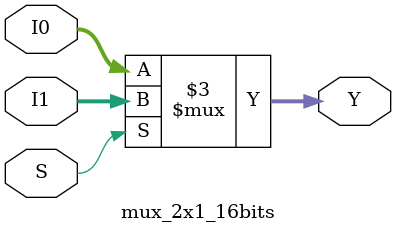
<source format=v>
module mux_2x1_16bits(output reg [15:0] Y, input S, input [15:0] I1, I0);
	always @ (S, I1, I0)
		if(S) Y = I1;
		else Y = I0;
endmodule
</source>
